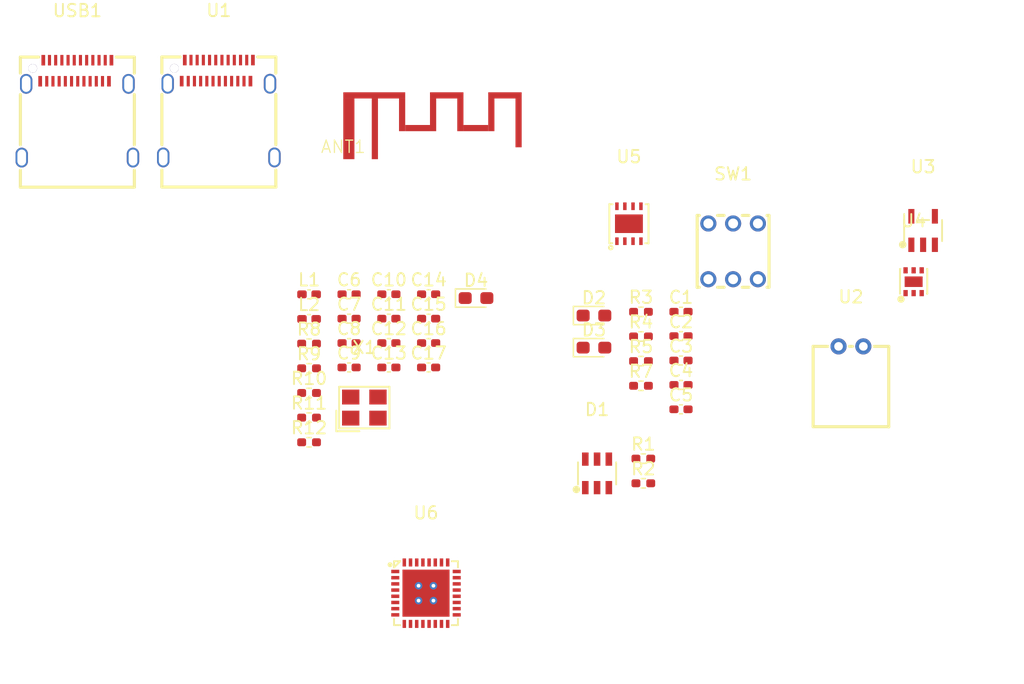
<source format=kicad_pcb>
(kicad_pcb (version 20221018) (generator pcbnew)
  (title_block (title "BLEEarrings (Blade Runner)") (date "2023-10-30") (rev "00.00") (company "Kitty and Dom"))
  (layers (0 "F.Cu" signal) (31 "B.Cu" signal) (34 "B.Paste" user) (35 "F.Paste" user) (36 "B.SilkS" user "B.Silkscreen") (37 "F.SilkS" user "F.Silkscreen") (38 "B.Mask" user) (39 "F.Mask" user) (44 "Edge.Cuts" user))
  (net 0 "")
  (net 1 "/Power/VBAT")
  (net 2 "GND")
  (net 3 "Net-(U4-VDD)")
  (net 4 "/Power/BATGND")
  (net 5 "/Power/VBUS")
  (net 6 "+3V3")
  (net 7 "Net-(C6-Pad1)")
  (net 8 "Net-(U6-CHIP_EN)")
  (net 9 "Net-(U6-XTAL_N)")
  (net 10 "Net-(C9-Pad1)")
  (net 11 "Net-(U6-LNA_IN)")
  (net 12 "Net-(ANT1-P)")
  (net 13 "/DSP/MCU_USB_D_P")
  (net 14 "/DSP/MCU_USB_D_N")
  (net 15 "Net-(U1-DN1)")
  (net 16 "Net-(U1-DP1)")
  (net 17 "Net-(D2-K)")
  (net 18 "Net-(D3-A)")
  (net 19 "Net-(D4-K)")
  (net 20 "LED_A")
  (net 21 "Net-(U1-CC2)")
  (net 22 "Net-(U1-CC1)")
  (net 23 "Net-(U3-STAT)")
  (net 24 "Net-(U3-PROG)")
  (net 25 "Net-(U6-XTAL_P)")
  (net 26 "Net-(U6-GPIO2)")
  (net 27 "Net-(U6-GPIO8)")
  (net 46 "Net-(U5-EN)")
  (footprint "easyeda2kicad:DFN-8_L3.0-W3.0-P0.65-BL-EP" (layer "F.Cu") (at 221.41 48.82)
    (fp_text reference "U5" (at 0 -5.41) (layer "F.SilkS"))
    (fp_text value "AP7361C-33FGE-7")
    (fp_line (start -1.58 -1.58) (end -1.58 -1.58) (stroke (width 0.15)) (layer "F.SilkS"))
    (fp_line (start -1.58 -1.58) (end -1.58 1.58) (stroke (width 0.15)) (layer "F.SilkS"))
    (fp_line (start -1.58 1.58) (end -1.58 1.58) (stroke (width 0.15)) (layer "F.SilkS"))
    (fp_line (start -1.58 1.58) (end -1.35 1.57) (stroke (width 0.15)) (layer "F.SilkS"))
    (fp_line (start -1.32 -1.57) (end -1.58 -1.58) (stroke (width 0.15)) (layer "F.SilkS"))
    (fp_line (start 1.32 1.57) (end 1.58 1.58) (stroke (width 0.15)) (layer "F.SilkS"))
    (fp_line (start 1.58 -1.58) (end 1.35 -1.57) (stroke (width 0.15)) (layer "F.SilkS"))
    (fp_line (start 1.58 -1.58) (end 1.58 -1.58) (stroke (width 0.15)) (layer "F.SilkS"))
    (fp_line (start 1.58 1.58) (end 1.58 -1.58) (stroke (width 0.15)) (layer "F.SilkS"))
    (fp_line (start 1.58 1.58) (end 1.58 1.58) (stroke (width 0.15)) (layer "F.SilkS"))
    (fp_circle (center -1.47 1.93) (end -1.4 1.93) (stroke (width 0.15)) (fill none) (layer "F.SilkS"))
    (pad "1" smd rect (at -0.97 1.41) (size 0.28 0.62) (layers "F.Cu" "F.Paste" "F.Mask") (net 6 "+3V3"))
    (pad "2" smd rect (at -0.33 1.41) (size 0.28 0.62) (layers "F.Cu" "F.Paste" "F.Mask"))
    (pad "3" smd rect (at 0.33 1.41) (size 0.28 0.62) (layers "F.Cu" "F.Paste" "F.Mask"))
    (pad "4" smd rect (at 0.97 1.41) (size 0.28 0.62) (layers "F.Cu" "F.Paste" "F.Mask") (net 2 "GND"))
    (pad "5" smd rect (at 0.97 -1.41) (size 0.28 0.62) (layers "F.Cu" "F.Paste" "F.Mask") (net 46 "Net-(U5-EN)"))
    (pad "6" smd rect (at 0.33 -1.41) (size 0.28 0.62) (layers "F.Cu" "F.Paste" "F.Mask"))
    (pad "7" smd rect (at -0.33 -1.41) (size 0.28 0.62) (layers "F.Cu" "F.Paste" "F.Mask"))
    (pad "8" smd rect (at -0.97 -1.41) (size 0.28 0.62) (layers "F.Cu" "F.Paste" "F.Mask") (net 46 "Net-(U5-EN)"))
    (pad "9" smd rect (at 0 0) (size 2.25 1.5) (layers "F.Cu" "F.Paste" "F.Mask") (net 2 "GND"))
  )
  (footprint "easyeda2kicad:USB-C-TH_12401832E402A" (layer "F.Cu") (at 176.89 39.55)
    (fp_text reference "USB1" (at 0 -7.93) (layer "F.SilkS"))
    (fp_text value "12401832E402A")
    (fp_line (start -4.6 -4.18) (end -4.6 -2.88) (stroke (width 0.25)) (layer "F.SilkS"))
    (fp_line (start -4.6 -4.18) (end -3.13 -4.18) (stroke (width 0.25)) (layer "F.SilkS"))
    (fp_line (start -4.6 -1.16) (end -4.6 2.9) (stroke (width 0.25)) (layer "F.SilkS"))
    (fp_line (start -4.6 4.95) (end -4.6 6.32) (stroke (width 0.25)) (layer "F.SilkS"))
    (fp_line (start -4.6 6.32) (end 4.6 6.32) (stroke (width 0.25)) (layer "F.SilkS"))
    (fp_line (start 3.13 -4.18) (end 4.6 -4.18) (stroke (width 0.25)) (layer "F.SilkS"))
    (fp_line (start 4.6 -4.18) (end 4.6 -2.88) (stroke (width 0.25)) (layer "F.SilkS"))
    (fp_line (start 4.6 -1.16) (end 4.6 2.9) (stroke (width 0.25)) (layer "F.SilkS"))
    (fp_line (start 4.6 4.95) (end 4.6 6.32) (stroke (width 0.25)) (layer "F.SilkS"))
    (pad "" thru_hole circle (at -3.6 -3.27) (size 0.7 0.7) (drill 0.7) (layers "*.Cu" "*.Mask"))
    (pad "0" thru_hole oval (at -4.49 3.93) (size 1 1.6) (drill oval 0.700024 1.300023) (layers "*.Cu" "*.Mask"))
    (pad "0" thru_hole oval (at -4.13 -2.02) (size 1 1.6) (drill oval 0.700024 1.299997) (layers "*.Cu" "*.Mask"))
    (pad "0" thru_hole oval (at 4.13 -2.02) (size 1 1.6) (drill oval 0.700024 1.299997) (layers "*.Cu" "*.Mask"))
    (pad "0" thru_hole oval (at 4.49 3.93) (size 1 1.6) (drill oval 0.700024 1.300023) (layers "*.Cu" "*.Mask"))
    (pad "A1" smd rect (at -2.75 -3.93) (size 0.3 0.85) (layers "F.Cu" "F.Paste" "F.Mask"))
    (pad "A2" smd rect (at -2.25 -3.93) (size 0.25 0.85) (layers "F.Cu" "F.Paste" "F.Mask"))
    (pad "A3" smd rect (at -1.75 -3.93) (size 0.25 0.85) (layers "F.Cu" "F.Paste" "F.Mask"))
    (pad "A4" smd rect (at -1.25 -3.93) (size 0.25 0.85) (layers "F.Cu" "F.Paste" "F.Mask"))
    (pad "A5" smd rect (at -0.75 -3.93) (size 0.25 0.85) (layers "F.Cu" "F.Paste" "F.Mask"))
    (pad "A6" smd rect (at -0.25 -3.93) (size 0.25 0.85) (layers "F.Cu" "F.Paste" "F.Mask"))
    (pad "A7" smd rect (at 0.25 -3.93) (size 0.25 0.85) (layers "F.Cu" "F.Paste" "F.Mask"))
    (pad "A8" smd rect (at 0.75 -3.93) (size 0.25 0.85) (layers "F.Cu" "F.Paste" "F.Mask"))
    (pad "A9" smd rect (at 1.25 -3.93) (size 0.25 0.85) (layers "F.Cu" "F.Paste" "F.Mask"))
    (pad "A10" smd rect (at 1.75 -3.93) (size 0.25 0.85) (layers "F.Cu" "F.Paste" "F.Mask"))
    (pad "A11" smd rect (at 2.25 -3.93) (size 0.25 0.85) (layers "F.Cu" "F.Paste" "F.Mask"))
    (pad "A12" smd rect (at 2.75 -3.93) (size 0.3 0.85) (layers "F.Cu" "F.Paste" "F.Mask"))
    (pad "B1" smd rect (at 2.55 -2.23 180) (size 0.3 0.85) (layers "F.Cu" "F.Paste" "F.Mask"))
    (pad "B2" smd rect (at 2.03 -2.23 180) (size 0.25 0.85) (layers "F.Cu" "F.Paste" "F.Mask"))
    (pad "B3" smd rect (at 1.53 -2.23 180) (size 0.25 0.85) (layers "F.Cu" "F.Paste" "F.Mask"))
    (pad "B4" smd rect (at 1.03 -2.23 180) (size 0.25 0.85) (layers "F.Cu" "F.Paste" "F.Mask"))
    (pad "B5" smd rect (at 0.53 -2.23 180) (size 0.25 0.85) (layers "F.Cu" "F.Paste" "F.Mask"))
    (pad "B6" smd rect (at 0.03 -2.23 180) (size 0.25 0.85) (layers "F.Cu" "F.Paste" "F.Mask"))
    (pad "B7" smd rect (at -0.47 -2.23 180) (size 0.25 0.85) (layers "F.Cu" "F.Paste" "F.Mask"))
    (pad "B8" smd rect (at -0.97 -2.23 180) (size 0.25 0.85) (layers "F.Cu" "F.Paste" "F.Mask"))
    (pad "B9" smd rect (at -1.47 -2.23 180) (size 0.25 0.85) (layers "F.Cu" "F.Paste" "F.Mask"))
    (pad "B10" smd rect (at -1.97 -2.23 180) (size 0.25 0.85) (layers "F.Cu" "F.Paste" "F.Mask"))
    (pad "B11" smd rect (at -2.47 -2.23 180) (size 0.25 0.85) (layers "F.Cu" "F.Paste" "F.Mask"))
    (pad "B12" smd rect (at -3 -2.23 180) (size 0.3 0.85) (layers "F.Cu" "F.Paste" "F.Mask"))
  )
  (footprint "Resistor_SMD:R_0402_1005Metric_Pad0.72x0.64mm_HandSolder" (layer "F.Cu") (at 195.5925 64.47)
    (fp_text reference "R11" (at 0 -1.17) (layer "F.SilkS"))
    (fp_text value "5k1")
    (fp_line (start -0.167621 -0.38) (end 0.167621 -0.38) (stroke (width 0.12)) (layer "F.SilkS"))
    (fp_line (start -0.167621 0.38) (end 0.167621 0.38) (stroke (width 0.12)) (layer "F.SilkS"))
    (pad "1" smd roundrect (at -0.5975 0) (size 0.715 0.64) (layers "F.Cu" "F.Paste" "F.Mask") (net 27 "Net-(U6-GPIO8)"))
    (pad "2" smd roundrect (at 0.5975 0) (size 0.715 0.64) (layers "F.Cu" "F.Paste" "F.Mask") (net 6 "+3V3"))
  )
  (footprint "CustomPads:2.4GHz, 50Ohm Antenna" (layer "F.Cu") (at 198.3525 43.11)
    (fp_text reference "ANT1" (at 0 -0.5 unlocked) (layer "F.SilkS") (effects (font (thickness 0.1))))
    (fp_text value "~")
    (fp_rect (start 0 -4.9) (end 5 -4.4) (fill solid) (layer "F.Cu"))
    (fp_rect (start 0 -4.4) (end 0.9 0.5) (fill solid) (layer "F.Cu"))
    (fp_rect (start 2.3 -4.4) (end 2.8 0.5) (fill solid) (layer "F.Cu"))
    (fp_rect (start 4.5 -4.4) (end 5 -1.76) (fill solid) (layer "F.Cu"))
    (fp_rect (start 5 -2.26) (end 7 -1.76) (fill solid) (layer "F.Cu"))
    (fp_rect (start 7 -4.4) (end 7.5 -1.76) (fill solid) (layer "F.Cu"))
    (fp_rect (start 7 -4.4) (end 9.7 -4.9) (fill solid) (layer "F.Cu"))
    (fp_rect (start 9.2 -4.4) (end 9.7 -1.76) (fill solid) (layer "F.Cu"))
    (fp_rect (start 9.7 -2.26) (end 11.7 -1.76) (fill solid) (layer "F.Cu"))
    (fp_rect (start 11.7 -4.4) (end 12.2 -1.76) (fill solid) (layer "F.Cu"))
    (fp_rect (start 11.7 -4.4) (end 14.4 -4.9) (fill solid) (layer "F.Cu"))
    (fp_rect (start 13.9 -4.4) (end 14.4 -0.46) (fill solid) (layer "F.Cu"))
  )
  (footprint "easyeda2kicad:SOT-23-5_L3.0-W1.7-P0.95-LS2.8-BL" (layer "F.Cu") (at 245.155 49.37)
    (fp_text reference "U3" (at 0 -5.15) (layer "F.SilkS"))
    (fp_text value "MCP73831T-2ACI/OT")
    (fp_line (start -1.53 0.85) (end -1.53 -0.85) (stroke (width 0.15)) (layer "F.SilkS"))
    (fp_line (start 0.48 -0.85) (end -0.48 -0.85) (stroke (width 0.15)) (layer "F.SilkS"))
    (fp_line (start 1.53 0.85) (end 1.53 -0.85) (stroke (width 0.15)) (layer "F.SilkS"))
    (fp_circle (center -1.65 1.14) (end -1.5 1.14) (stroke (width 0.3)) (fill none) (layer "F.SilkS"))
    (pad "1" smd rect (at -0.95 1.15) (size 0.49 1.16) (layers "F.Cu" "F.Paste" "F.Mask") (net 23 "Net-(U3-STAT)"))
    (pad "2" smd rect (at 0 1.15) (size 0.49 1.16) (layers "F.Cu" "F.Paste" "F.Mask") (net 2 "GND"))
    (pad "3" smd rect (at 0.95 1.15) (size 0.49 1.16) (layers "F.Cu" "F.Paste" "F.Mask") (net 1 "/Power/VBAT"))
    (pad "4" smd rect (at 0.95 -1.15) (size 0.49 1.18) (layers "F.Cu" "F.Paste" "F.Mask") (net 5 "/Power/VBUS"))
    (pad "5" smd rect (at -0.95 -1.15) (size 0.49 1.18) (layers "F.Cu" "F.Paste" "F.Mask") (net 24 "Net-(U3-PROG)"))
  )
  (footprint "easyeda2kicad:CRYSTAL-SMD_4P-L3.2-W2.5-BL" (layer "F.Cu") (at 200.0525 63.66)
    (fp_text reference "X1" (at 0 -4.85) (layer "F.SilkS"))
    (fp_text value "5YMA40000151SF40Q1")
    (fp_line (start -2.26 0.25) (end -2.26 1.91) (stroke (width 0.15)) (layer "F.SilkS"))
    (fp_line (start -2.26 1.91) (end -0.4 1.91) (stroke (width 0.15)) (layer "F.SilkS"))
    (fp_line (start -2.03 -1.68) (end 2.03 -1.68) (stroke (width 0.15)) (layer "F.SilkS"))
    (fp_line (start -2.03 1.68) (end -2.03 -1.68) (stroke (width 0.15)) (layer "F.SilkS"))
    (fp_line (start 2.03 -1.68) (end 2.03 1.68) (stroke (width 0.15)) (layer "F.SilkS"))
    (fp_line (start 2.03 1.68) (end -2.03 1.68) (stroke (width 0.15)) (layer "F.SilkS"))
    (pad "1" smd rect (at -1.1 0.85) (size 1.4 1.2) (layers "F.Cu" "F.Paste" "F.Mask") (net 7 "Net-(C6-Pad1)"))
    (pad "2" smd rect (at 1.1 0.85) (size 1.4 1.2) (layers "F.Cu" "F.Paste" "F.Mask") (net 2 "GND"))
    (pad "3" smd rect (at 1.1 -0.85) (size 1.4 1.2) (layers "F.Cu" "F.Paste" "F.Mask") (net 9 "Net-(U6-XTAL_N)"))
    (pad "4" smd rect (at -1.1 -0.85) (size 1.4 1.2) (layers "F.Cu" "F.Paste" "F.Mask") (net 2 "GND"))
  )
  (footprint "Resistor_SMD:R_0402_1005Metric_Pad0.72x0.64mm_HandSolder" (layer "F.Cu") (at 195.5925 58.5)
    (fp_text reference "R8" (at 0 -1.17) (layer "F.SilkS"))
    (fp_text value "22R")
    (fp_line (start -0.167621 -0.38) (end 0.167621 -0.38) (stroke (width 0.12)) (layer "F.SilkS"))
    (fp_line (start -0.167621 0.38) (end 0.167621 0.38) (stroke (width 0.12)) (layer "F.SilkS"))
    (pad "1" smd roundrect (at -0.5975 0) (size 0.715 0.64) (layers "F.Cu" "F.Paste" "F.Mask") (net 25 "Net-(U6-XTAL_P)"))
    (pad "2" smd roundrect (at 0.5975 0) (size 0.715 0.64) (layers "F.Cu" "F.Paste" "F.Mask") (net 7 "Net-(C6-Pad1)"))
  )
  (footprint "Resistor_SMD:R_0402_1005Metric_Pad0.72x0.64mm_HandSolder" (layer "F.Cu") (at 222.5725 69.77)
    (fp_text reference "R2" (at 0 -1.17) (layer "F.SilkS"))
    (fp_text value "5k1")
    (fp_line (start -0.167621 -0.38) (end 0.167621 -0.38) (stroke (width 0.12)) (layer "F.SilkS"))
    (fp_line (start -0.167621 0.38) (end 0.167621 0.38) (stroke (width 0.12)) (layer "F.SilkS"))
    (pad "1" smd roundrect (at -0.5975 0) (size 0.715 0.64) (layers "F.Cu" "F.Paste" "F.Mask") (net 22 "Net-(U1-CC1)"))
    (pad "2" smd roundrect (at 0.5975 0) (size 0.715 0.64) (layers "F.Cu" "F.Paste" "F.Mask") (net 2 "GND"))
  )
  (footprint "Resistor_SMD:R_0402_1005Metric_Pad0.72x0.64mm_HandSolder" (layer "F.Cu") (at 195.5925 60.49)
    (fp_text reference "R9" (at 0 -1.17) (layer "F.SilkS"))
    (fp_text value "5k1")
    (fp_line (start -0.167621 -0.38) (end 0.167621 -0.38) (stroke (width 0.12)) (layer "F.SilkS"))
    (fp_line (start -0.167621 0.38) (end 0.167621 0.38) (stroke (width 0.12)) (layer "F.SilkS"))
    (pad "1" smd roundrect (at -0.5975 0) (size 0.715 0.64) (layers "F.Cu" "F.Paste" "F.Mask") (net 6 "+3V3"))
    (pad "2" smd roundrect (at 0.5975 0) (size 0.715 0.64) (layers "F.Cu" "F.Paste" "F.Mask") (net 8 "Net-(U6-CHIP_EN)"))
  )
  (footprint "Capacitor_SMD:C_0402_1005Metric_Pad0.74x0.62mm_HandSolder" (layer "F.Cu") (at 202.0325 60.42)
    (fp_text reference "C13" (at 0 -1.16) (layer "F.SilkS"))
    (fp_text value "100n")
    (fp_line (start -0.115835 -0.36) (end 0.115835 -0.36) (stroke (width 0.12)) (layer "F.SilkS"))
    (fp_line (start -0.115835 0.36) (end 0.115835 0.36) (stroke (width 0.12)) (layer "F.SilkS"))
    (pad "1" smd roundrect (at -0.5675 0) (size 0.735 0.62) (layers "F.Cu" "F.Paste" "F.Mask") (net 6 "+3V3"))
    (pad "2" smd roundrect (at 0.5675 0) (size 0.735 0.62) (layers "F.Cu" "F.Paste" "F.Mask") (net 2 "GND"))
  )
  (footprint "Resistor_SMD:R_0402_1005Metric_Pad0.72x0.64mm_HandSolder" (layer "F.Cu") (at 195.5925 62.48)
    (fp_text reference "R10" (at 0 -1.17) (layer "F.SilkS"))
    (fp_text value "5k1")
    (fp_line (start -0.167621 -0.38) (end 0.167621 -0.38) (stroke (width 0.12)) (layer "F.SilkS"))
    (fp_line (start -0.167621 0.38) (end 0.167621 0.38) (stroke (width 0.12)) (layer "F.SilkS"))
    (pad "1" smd roundrect (at -0.5975 0) (size 0.715 0.64) (layers "F.Cu" "F.Paste" "F.Mask") (net 26 "Net-(U6-GPIO2)"))
    (pad "2" smd roundrect (at 0.5975 0) (size 0.715 0.64) (layers "F.Cu" "F.Paste" "F.Mask") (net 6 "+3V3"))
  )
  (footprint "Capacitor_SMD:C_0402_1005Metric_Pad0.74x0.62mm_HandSolder" (layer "F.Cu") (at 205.2425 58.45)
    (fp_text reference "C16" (at 0 -1.16) (layer "F.SilkS"))
    (fp_text value "10u")
    (fp_line (start -0.115835 -0.36) (end 0.115835 -0.36) (stroke (width 0.12)) (layer "F.SilkS"))
    (fp_line (start -0.115835 0.36) (end 0.115835 0.36) (stroke (width 0.12)) (layer "F.SilkS"))
    (pad "1" smd roundrect (at -0.5675 0) (size 0.735 0.62) (layers "F.Cu" "F.Paste" "F.Mask") (net 6 "+3V3"))
    (pad "2" smd roundrect (at 0.5675 0) (size 0.735 0.62) (layers "F.Cu" "F.Paste" "F.Mask") (net 2 "GND"))
  )
  (footprint "Resistor_SMD:R_0402_1005Metric_Pad0.72x0.64mm_HandSolder" (layer "F.Cu") (at 195.5925 66.46)
    (fp_text reference "R12" (at 0 -1.17) (layer "F.SilkS"))
    (fp_text value "2k")
    (fp_line (start -0.167621 -0.38) (end 0.167621 -0.38) (stroke (width 0.12)) (layer "F.SilkS"))
    (fp_line (start -0.167621 0.38) (end 0.167621 0.38) (stroke (width 0.12)) (layer "F.SilkS"))
    (pad "1" smd roundrect (at -0.5975 0) (size 0.715 0.64) (layers "F.Cu" "F.Paste" "F.Mask") (net 2 "GND"))
    (pad "2" smd roundrect (at 0.5975 0) (size 0.715 0.64) (layers "F.Cu" "F.Paste" "F.Mask") (net 19 "Net-(D4-K)"))
  )
  (footprint "Capacitor_SMD:C_0402_1005Metric_Pad0.74x0.62mm_HandSolder" (layer "F.Cu") (at 202.0325 58.45)
    (fp_text reference "C12" (at 0 -1.16) (layer "F.SilkS"))
    (fp_text value "100n")
    (fp_line (start -0.115835 -0.36) (end 0.115835 -0.36) (stroke (width 0.12)) (layer "F.SilkS"))
    (fp_line (start -0.115835 0.36) (end 0.115835 0.36) (stroke (width 0.12)) (layer "F.SilkS"))
    (pad "1" smd roundrect (at -0.5675 0) (size 0.735 0.62) (layers "F.Cu" "F.Paste" "F.Mask") (net 6 "+3V3"))
    (pad "2" smd roundrect (at 0.5675 0) (size 0.735 0.62) (layers "F.Cu" "F.Paste" "F.Mask") (net 2 "GND"))
  )
  (footprint "Capacitor_SMD:C_0402_1005Metric_Pad0.74x0.62mm_HandSolder" (layer "F.Cu") (at 205.2425 56.48)
    (fp_text reference "C15" (at 0 -1.16) (layer "F.SilkS"))
    (fp_text value "10u")
    (fp_line (start -0.115835 -0.36) (end 0.115835 -0.36) (stroke (width 0.12)) (layer "F.SilkS"))
    (fp_line (start -0.115835 0.36) (end 0.115835 0.36) (stroke (width 0.12)) (layer "F.SilkS"))
    (pad "1" smd roundrect (at -0.5675 0) (size 0.735 0.62) (layers "F.Cu" "F.Paste" "F.Mask") (net 6 "+3V3"))
    (pad "2" smd roundrect (at 0.5675 0) (size 0.735 0.62) (layers "F.Cu" "F.Paste" "F.Mask") (net 2 "GND"))
  )
  (footprint "Resistor_SMD:R_0402_1005Metric_Pad0.72x0.64mm_HandSolder" (layer "F.Cu") (at 222.3825 61.9)
    (fp_text reference "R7" (at 0 -1.17) (layer "F.SilkS"))
    (fp_text value "2k")
    (fp_line (start -0.167621 -0.38) (end 0.167621 -0.38) (stroke (width 0.12)) (layer "F.SilkS"))
    (fp_line (start -0.167621 0.38) (end 0.167621 0.38) (stroke (width 0.12)) (layer "F.SilkS"))
    (pad "1" smd roundrect (at -0.5975 0) (size 0.715 0.64) (layers "F.Cu" "F.Paste" "F.Mask") (net 6 "+3V3"))
    (pad "2" smd roundrect (at 0.5975 0) (size 0.715 0.64) (layers "F.Cu" "F.Paste" "F.Mask") (net 18 "Net-(D3-A)"))
  )
  (footprint "Capacitor_SMD:C_0402_1005Metric_Pad0.74x0.62mm_HandSolder" (layer "F.Cu") (at 225.6125 55.92)
    (fp_text reference "C1" (at 0 -1.16) (layer "F.SilkS"))
    (fp_text value "10u")
    (fp_line (start -0.115835 -0.36) (end 0.115835 -0.36) (stroke (width 0.12)) (layer "F.SilkS"))
    (fp_line (start -0.115835 0.36) (end 0.115835 0.36) (stroke (width 0.12)) (layer "F.SilkS"))
    (pad "1" smd roundrect (at -0.5675 0) (size 0.735 0.62) (layers "F.Cu" "F.Paste" "F.Mask") (net 1 "/Power/VBAT"))
    (pad "2" smd roundrect (at 0.5675 0) (size 0.735 0.62) (layers "F.Cu" "F.Paste" "F.Mask") (net 2 "GND"))
  )
  (footprint "Capacitor_SMD:C_0402_1005Metric_Pad0.74x0.62mm_HandSolder" (layer "F.Cu") (at 205.2425 54.51)
    (fp_text reference "C14" (at 0 -1.16) (layer "F.SilkS"))
    (fp_text value "3p3")
    (fp_line (start -0.115835 -0.36) (end 0.115835 -0.36) (stroke (width 0.12)) (layer "F.SilkS"))
    (fp_line (start -0.115835 0.36) (end 0.115835 0.36) (stroke (width 0.12)) (layer "F.SilkS"))
    (pad "1" smd roundrect (at -0.5675 0) (size 0.735 0.62) (layers "F.Cu" "F.Paste" "F.Mask") (net 11 "Net-(U6-LNA_IN)"))
    (pad "2" smd roundrect (at 0.5675 0) (size 0.735 0.62) (layers "F.Cu" "F.Paste" "F.Mask") (net 2 "GND"))
  )
  (footprint "Capacitor_SMD:C_0402_1005Metric_Pad0.74x0.62mm_HandSolder" (layer "F.Cu") (at 225.6125 57.89)
    (fp_text reference "C2" (at 0 -1.16) (layer "F.SilkS"))
    (fp_text value "100n")
    (fp_line (start -0.115835 -0.36) (end 0.115835 -0.36) (stroke (width 0.12)) (layer "F.SilkS"))
    (fp_line (start -0.115835 0.36) (end 0.115835 0.36) (stroke (width 0.12)) (layer "F.SilkS"))
    (pad "1" smd roundrect (at -0.5675 0) (size 0.735 0.62) (layers "F.Cu" "F.Paste" "F.Mask") (net 3 "Net-(U4-VDD)"))
    (pad "2" smd roundrect (at 0.5675 0) (size 0.735 0.62) (layers "F.Cu" "F.Paste" "F.Mask") (net 4 "/Power/BATGND"))
  )
  (footprint "Resistor_SMD:R_0402_1005Metric_Pad0.72x0.64mm_HandSolder" (layer "F.Cu") (at 222.3825 57.92)
    (fp_text reference "R4" (at 0 -1.17) (layer "F.SilkS"))
    (fp_text value "100")
    (fp_line (start -0.167621 -0.38) (end 0.167621 -0.38) (stroke (width 0.12)) (layer "F.SilkS"))
    (fp_line (start -0.167621 0.38) (end 0.167621 0.38) (stroke (width 0.12)) (layer "F.SilkS"))
    (pad "1" smd roundrect (at -0.5975 0) (size 0.715 0.64) (layers "F.Cu" "F.Paste" "F.Mask") (net 3 "Net-(U4-VDD)"))
    (pad "2" smd roundrect (at 0.5975 0) (size 0.715 0.64) (layers "F.Cu" "F.Paste" "F.Mask") (net 1 "/Power/VBAT"))
  )
  (footprint "Capacitor_SMD:C_0402_1005Metric_Pad0.74x0.62mm_HandSolder" (layer "F.Cu") (at 225.6125 63.8)
    (fp_text reference "C5" (at 0 -1.16) (layer "F.SilkS"))
    (fp_text value "4.7u")
    (fp_line (start -0.115835 -0.36) (end 0.115835 -0.36) (stroke (width 0.12)) (layer "F.SilkS"))
    (fp_line (start -0.115835 0.36) (end 0.115835 0.36) (stroke (width 0.12)) (layer "F.SilkS"))
    (pad "1" smd roundrect (at -0.5675 0) (size 0.735 0.62) (layers "F.Cu" "F.Paste" "F.Mask") (net 6 "+3V3"))
    (pad "2" smd roundrect (at 0.5675 0) (size 0.735 0.62) (layers "F.Cu" "F.Paste" "F.Mask") (net 2 "GND"))
  )
  (footprint "easyeda2kicad:SOT-23-6_L2.9-W1.6-P0.95-LS2.8-BL" (layer "F.Cu") (at 218.8375 68.97)
    (fp_text reference "D1" (at 0 -5.15) (layer "F.SilkS"))
    (fp_text value "USBLC6-2SC6_C2687116")
    (fp_line (start -1.54 0.89) (end -1.54 -0.89) (stroke (width 0.15)) (layer "F.SilkS"))
    (fp_line (start 1.54 0.89) (end 1.54 -0.89) (stroke (width 0.15)) (layer "F.SilkS"))
    (fp_circle (center -1.67 1.3) (end -1.52 1.3) (stroke (width 0.3)) (fill none) (layer "F.SilkS"))
    (pad "1" smd rect (at -0.95 1.15) (size 0.53 1.07) (layers "F.Cu" "F.Paste" "F.Mask") (net 13 "/DSP/MCU_USB_D_P"))
    (pad "2" smd rect (at 0 1.15) (size 0.53 1.07) (layers "F.Cu" "F.Paste" "F.Mask") (net 2 "GND"))
    (pad "3" smd rect (at 0.95 1.15) (size 0.53 1.07) (layers "F.Cu" "F.Paste" "F.Mask") (net 14 "/DSP/MCU_USB_D_N"))
    (pad "4" smd rect (at 0.95 -1.15) (size 0.53 1.07) (layers "F.Cu" "F.Paste" "F.Mask") (net 15 "Net-(U1-DN1)"))
    (pad "5" smd rect (at 0 -1.15) (size 0.53 1.07) (layers "F.Cu" "F.Paste" "F.Mask") (net 5 "/Power/VBUS"))
    (pad "6" smd rect (at -0.95 -1.15) (size 0.53 1.07) (layers "F.Cu" "F.Paste" "F.Mask") (net 16 "Net-(U1-DP1)"))
  )
  (footprint "Resistor_SMD:R_0402_1005Metric_Pad0.72x0.64mm_HandSolder" (layer "F.Cu") (at 222.5725 67.78)
    (fp_text reference "R1" (at 0 -1.17) (layer "F.SilkS"))
    (fp_text value "5k1")
    (fp_line (start -0.167621 -0.38) (end 0.167621 -0.38) (stroke (width 0.12)) (layer "F.SilkS"))
    (fp_line (start -0.167621 0.38) (end 0.167621 0.38) (stroke (width 0.12)) (layer "F.SilkS"))
    (pad "1" smd roundrect (at -0.5975 0) (size 0.715 0.64) (layers "F.Cu" "F.Paste" "F.Mask") (net 21 "Net-(U1-CC2)"))
    (pad "2" smd roundrect (at 0.5975 0) (size 0.715 0.64) (layers "F.Cu" "F.Paste" "F.Mask") (net 2 "GND"))
  )
  (footprint "Capacitor_SMD:C_0402_1005Metric_Pad0.74x0.62mm_HandSolder" (layer "F.Cu") (at 202.0325 54.51)
    (fp_text reference "C10" (at 0 -1.16) (layer "F.SilkS"))
    (fp_text value "100n")
    (fp_line (start -0.115835 -0.36) (end 0.115835 -0.36) (stroke (width 0.12)) (layer "F.SilkS"))
    (fp_line (start -0.115835 0.36) (end 0.115835 0.36) (stroke (width 0.12)) (layer "F.SilkS"))
    (pad "1" smd roundrect (at -0.5675 0) (size 0.735 0.62) (layers "F.Cu" "F.Paste" "F.Mask") (net 6 "+3V3"))
    (pad "2" smd roundrect (at 0.5675 0) (size 0.735 0.62) (layers "F.Cu" "F.Paste" "F.Mask") (net 2 "GND"))
  )
  (footprint "Resistor_SMD:R_0402_1005Metric_Pad0.72x0.64mm_HandSolder" (layer "F.Cu") (at 222.3825 59.91)
    (fp_text reference "R5" (at 0 -1.17) (layer "F.SilkS"))
    (fp_text value "2k")
    (fp_line (start -0.167621 -0.38) (end 0.167621 -0.38) (stroke (width 0.12)) (layer "F.SilkS"))
    (fp_line (start -0.167621 0.38) (end 0.167621 0.38) (stroke (width 0.12)) (layer "F.SilkS"))
    (pad "1" smd roundrect (at -0.5975 0) (size 0.715 0.64) (layers "F.Cu" "F.Paste" "F.Mask") (net 24 "Net-(U3-PROG)"))
    (pad "2" smd roundrect (at 0.5975 0) (size 0.715 0.64) (layers "F.Cu" "F.Paste" "F.Mask") (net 2 "GND"))
  )
  (footprint "Capacitor_SMD:C_0402_1005Metric_Pad0.74x0.62mm_HandSolder" (layer "F.Cu") (at 225.6125 59.86)
    (fp_text reference "C3" (at 0 -1.16) (layer "F.SilkS"))
    (fp_text value "10u")
    (fp_line (start -0.115835 -0.36) (end 0.115835 -0.36) (stroke (width 0.12)) (layer "F.SilkS"))
    (fp_line (start -0.115835 0.36) (end 0.115835 0.36) (stroke (width 0.12)) (layer "F.SilkS"))
    (pad "1" smd roundrect (at -0.5675 0) (size 0.735 0.62) (layers "F.Cu" "F.Paste" "F.Mask") (net 5 "/Power/VBUS"))
    (pad "2" smd roundrect (at 0.5675 0) (size 0.735 0.62) (layers "F.Cu" "F.Paste" "F.Mask") (net 2 "GND"))
  )
  (footprint "Capacitor_SMD:C_0402_1005Metric_Pad0.74x0.62mm_HandSolder" (layer "F.Cu") (at 198.8225 58.45)
    (fp_text reference "C8" (at 0 -1.16) (layer "F.SilkS"))
    (fp_text value "20pF")
    (fp_line (start -0.115835 -0.36) (end 0.115835 -0.36) (stroke (width 0.12)) (layer "F.SilkS"))
    (fp_line (start -0.115835 0.36) (end 0.115835 0.36) (stroke (width 0.12)) (layer "F.SilkS"))
    (pad "1" smd roundrect (at -0.5675 0) (size 0.735 0.62) (layers "F.Cu" "F.Paste" "F.Mask") (net 9 "Net-(U6-XTAL_N)"))
    (pad "2" smd roundrect (at 0.5675 0) (size 0.735 0.62) (layers "F.Cu" "F.Paste" "F.Mask") (net 2 "GND"))
  )
  (footprint "Resistor_SMD:R_0402_1005Metric_Pad0.72x0.64mm_HandSolder" (layer "F.Cu") (at 222.3825 55.93)
    (fp_text reference "R3" (at 0 -1.17) (layer "F.SilkS"))
    (fp_text value "2k")
    (fp_line (start -0.167621 -0.38) (end 0.167621 -0.38) (stroke (width 0.12)) (layer "F.SilkS"))
    (fp_line (start -0.167621 0.38) (end 0.167621 0.38) (stroke (width 0.12)) (layer "F.SilkS"))
    (pad "1" smd roundrect (at -0.5975 0) (size 0.715 0.64) (layers "F.Cu" "F.Paste" "F.Mask") (net 17 "Net-(D2-K)"))
    (pad "2" smd roundrect (at 0.5975 0) (size 0.715 0.64) (layers "F.Cu" "F.Paste" "F.Mask") (net 23 "Net-(U3-STAT)"))
  )
  (footprint "Capacitor_SMD:C_0402_1005Metric_Pad0.74x0.62mm_HandSolder" (layer "F.Cu") (at 198.8225 60.42)
    (fp_text reference "C9" (at 0 -1.16) (layer "F.SilkS"))
    (fp_text value "100n")
    (fp_line (start -0.115835 -0.36) (end 0.115835 -0.36) (stroke (width 0.12)) (layer "F.SilkS"))
    (fp_line (start -0.115835 0.36) (end 0.115835 0.36) (stroke (width 0.12)) (layer "F.SilkS"))
    (pad "1" smd roundrect (at -0.5675 0) (size 0.735 0.62) (layers "F.Cu" "F.Paste" "F.Mask") (net 10 "Net-(C9-Pad1)"))
    (pad "2" smd roundrect (at 0.5675 0) (size 0.735 0.62) (layers "F.Cu" "F.Paste" "F.Mask") (net 2 "GND"))
  )
  (footprint "easyeda2kicad:SW-TH_6P-L5.8-W5.8-P2.00-LS4.5_PB22E06371-0625" (layer "F.Cu") (at 229.82 51.05)
    (fp_text reference "SW1" (at 0 -6.25) (layer "F.SilkS"))
    (fp_text value "PB22E06071")
    (fp_line (start -2.9 -2.9) (end -2.73 -2.9) (stroke (width 0.25)) (layer "F.SilkS"))
    (fp_line (start -2.9 -1.75) (end -2.9 -2.9) (stroke (width 0.25)) (layer "F.SilkS"))
    (fp_line (start -2.9 1.75) (end -2.9 -1.75) (stroke (width 0.25)) (layer "F.SilkS"))
    (fp_line (start -2.9 2.9) (end -2.9 1.75) (stroke (width 0.25)) (layer "F.SilkS"))
    (fp_line (start -2.73 2.9) (end -2.9 2.9) (stroke (width 0.25)) (layer "F.SilkS"))
    (fp_line (start -1.26 -2.9) (end -0.73 -2.9) (stroke (width 0.25)) (layer "F.SilkS"))
    (fp_line (start -0.73 2.9) (end -1.26 2.9) (stroke (width 0.25)) (layer "F.SilkS"))
    (fp_line (start 0.74 -2.9) (end 1.27 -2.9) (stroke (width 0.25)) (layer "F.SilkS"))
    (fp_line (start 1.27 2.9) (end 0.74 2.9) (stroke (width 0.25)) (layer "F.SilkS"))
    (fp_line (start 2.74 -2.9) (end 2.9 -2.9) (stroke (width 0.25)) (layer "F.SilkS"))
    (fp_line (start 2.9 -2.9) (end 2.9 -1.75) (stroke (width 0.25)) (layer "F.SilkS"))
    (fp_line (start 2.9 -1.75) (end 2.9 1.75) (stroke (width 0.25)) (layer "F.SilkS"))
    (fp_line (start 2.9 1.75) (end 2.9 2.9) (stroke (width 0.25)) (layer "F.SilkS"))
    (fp_line (start 2.9 2.9) (end 2.74 2.9) (stroke (width 0.25)) (layer "F.SilkS"))
    (pad "1" thru_hole circle (at -2 2.25) (size 1.3 1.3) (drill 0.799998) (layers "*.Cu" "*.Mask") (net 1 "/Power/VBAT"))
    (pad "2" thru_hole circle (at 0 2.25) (size 1.3 1.3) (drill 0.799998) (layers "*.Cu" "*.Mask") (net 1 "/Power/VBAT"))
    (pad "3" thru_hole circle (at 2 2.25) (size 1.3 1.3) (drill 0.799998) (layers "*.Cu" "*.Mask") (net 46 "Net-(U5-EN)"))
    (pad "4" thru_hole circle (at -2 -2.25) (size 1.3 1.3) (drill 0.799998) (layers "*.Cu" "*.Mask") (net 1 "/Power/VBAT"))
    (pad "5" thru_hole circle (at 0 -2.25) (size 1.3 1.3) (drill 0.799998) (layers "*.Cu" "*.Mask") (net 1 "/Power/VBAT"))
    (pad "6" thru_hole circle (at 2 -2.25) (size 1.3 1.3) (drill 0.799998) (layers "*.Cu" "*.Mask") (net 46 "Net-(U5-EN)"))
  )
  (footprint "Capacitor_SMD:C_0402_1005Metric_Pad0.74x0.62mm_HandSolder" (layer "F.Cu") (at 225.6125 61.83)
    (fp_text reference "C4" (at 0 -1.16) (layer "F.SilkS"))
    (fp_text value "4.7u")
    (fp_line (start -0.115835 -0.36) (end 0.115835 -0.36) (stroke (width 0.12)) (layer "F.SilkS"))
    (fp_line (start -0.115835 0.36) (end 0.115835 0.36) (stroke (width 0.12)) (layer "F.SilkS"))
    (pad "1" smd roundrect (at -0.5675 0) (size 0.735 0.62) (layers "F.Cu" "F.Paste" "F.Mask") (net 46 "Net-(U5-EN)"))
    (pad "2" smd roundrect (at 0.5675 0) (size 0.735 0.62) (layers "F.Cu" "F.Paste" "F.Mask") (net 2 "GND"))
  )
  (footprint "Capacitor_SMD:C_0402_1005Metric_Pad0.74x0.62mm_HandSolder" (layer "F.Cu") (at 198.8225 56.48)
    (fp_text reference "C7" (at 0 -1.16) (layer "F.SilkS"))
    (fp_text value "4.7u")
    (fp_line (start -0.115835 -0.36) (end 0.115835 -0.36) (stroke (width 0.12)) (layer "F.SilkS"))
    (fp_line (start -0.115835 0.36) (end 0.115835 0.36) (stroke (width 0.12)) (layer "F.SilkS"))
    (pad "1" smd roundrect (at -0.5675 0) (size 0.735 0.62) (layers "F.Cu" "F.Paste" "F.Mask") (net 8 "Net-(U6-CHIP_EN)"))
    (pad "2" smd roundrect (at 0.5675 0) (size 0.735 0.62) (layers "F.Cu" "F.Paste" "F.Mask") (net 2 "GND"))
  )
  (footprint "Inductor_SMD:L_0402_1005Metric_Pad0.77x0.64mm_HandSolder" (layer "F.Cu") (at 195.5925 56.51)
    (fp_text reference "L2" (at 0 -1.17) (layer "F.SilkS"))
    (fp_text value "2n2")
    (fp_line (start -0.1002 -0.36) (end 0.1002 -0.36) (stroke (width 0.12)) (layer "F.SilkS"))
    (fp_line (start -0.1002 0.36) (end 0.1002 0.36) (stroke (width 0.12)) (layer "F.SilkS"))
    (pad "1" smd roundrect (at -0.5725 0) (size 0.765 0.64) (layers "F.Cu" "F.Paste" "F.Mask") (net 11 "Net-(U6-LNA_IN)"))
    (pad "2" smd roundrect (at 0.5725 0) (size 0.765 0.64) (layers "F.Cu" "F.Paste" "F.Mask") (net 12 "Net-(ANT1-P)"))
  )
  (footprint "easyeda2kicad:WDFN-6_L2.0-W2.0-P0.65-BL-EP" (layer "F.Cu") (at 244.39 53.5)
    (fp_text reference "U4" (at 0 -4.92) (layer "F.SilkS"))
    (fp_text value "XB6096I2SV")
    (fp_line (start -1.1 -1.03) (end -1.1 0.97) (stroke (width 0.15)) (layer "F.SilkS"))
    (fp_line (start -1.1 -1.03) (end -1.07 -1.03) (stroke (width 0.15)) (layer "F.SilkS"))
    (fp_line (start 1.07 -1.03) (end 1.1 -1.03) (stroke (width 0.15)) (layer "F.SilkS"))
    (fp_line (start 1.1 0.97) (end 1.07 0.97) (stroke (width 0.15)) (layer "F.SilkS"))
    (fp_line (start 1.1 0.97) (end 1.1 -1.03) (stroke (width 0.15)) (layer "F.SilkS"))
    (fp_circle (center -1.02 1.41) (end -0.98 1.41) (stroke (width 0.25)) (fill none) (layer "F.SilkS"))
    (pad "1" smd rect (at -0.65 0.92) (size 0.35 0.5) (layers "F.Cu" "F.Paste" "F.Mask") (net 3 "Net-(U4-VDD)"))
    (pad "2" smd rect (at 0 0.92) (size 0.35 0.5) (layers "F.Cu" "F.Paste" "F.Mask") (net 4 "/Power/BATGND"))
    (pad "3" smd rect (at 0.65 0.92) (size 0.35 0.5) (layers "F.Cu" "F.Paste" "F.Mask") (net 4 "/Power/BATGND"))
    (pad "4" smd rect (at 0.65 -0.92) (size 0.35 0.5) (layers "F.Cu" "F.Paste" "F.Mask") (net 2 "GND"))
    (pad "5" smd rect (at 0 -0.92) (size 0.35 0.5) (layers "F.Cu" "F.Paste" "F.Mask") (net 2 "GND"))
    (pad "6" smd rect (at -0.65 -0.92) (size 0.35 0.5) (layers "F.Cu" "F.Paste" "F.Mask") (net 2 "GND"))
    (pad "7" smd rect (at 0 0) (size 1.45 0.85) (layers "F.Cu" "F.Paste" "F.Mask") (net 4 "/Power/BATGND"))
  )
  (footprint "Capacitor_SMD:C_0402_1005Metric_Pad0.74x0.62mm_HandSolder" (layer "F.Cu") (at 205.2425 60.42)
    (fp_text reference "C17" (at 0 -1.16) (layer "F.SilkS"))
    (fp_text value "3p3")
    (fp_line (start -0.115835 -0.36) (end 0.115835 -0.36) (stroke (width 0.12)) (layer "F.SilkS"))
    (fp_line (start -0.115835 0.36) (end 0.115835 0.36) (stroke (width 0.12)) (layer "F.SilkS"))
    (pad "1" smd roundrect (at -0.5675 0) (size 0.735 0.62) (layers "F.Cu" "F.Paste" "F.Mask") (net 12 "Net-(ANT1-P)"))
    (pad "2" smd roundrect (at 0.5675 0) (size 0.735 0.62) (layers "F.Cu" "F.Paste" "F.Mask") (net 2 "GND"))
  )
  (footprint "Inductor_SMD:L_0402_1005Metric_Pad0.77x0.64mm_HandSolder" (layer "F.Cu") (at 195.5925 54.52)
    (fp_text reference "L1" (at 0 -1.17) (layer "F.SilkS"))
    (fp_text value "2n2")
    (fp_line (start -0.1002 -0.36) (end 0.1002 -0.36) (stroke (width 0.12)) (layer "F.SilkS"))
    (fp_line (start -0.1002 0.36) (end 0.1002 0.36) (stroke (width 0.12)) (layer "F.SilkS"))
    (pad "1" smd roundrect (at -0.5725 0) (size 0.765 0.64) (layers "F.Cu" "F.Paste" "F.Mask") (net 10 "Net-(C9-Pad1)"))
    (pad "2" smd roundrect (at 0.5725 0) (size 0.765 0.64) (layers "F.Cu" "F.Paste" "F.Mask") (net 6 "+3V3"))
  )
  (footprint "easyeda2kicad:QFN-32_L5.0-W5.0-P0.50-TL-EP3.7" (layer "F.Cu") (at 205.03 78.64)
    (fp_text reference "U6" (at 0 -6.48) (layer "F.SilkS"))
    (fp_text value "ESP32-C3FH4")
    (fp_line (start -2.58 -2.58) (end -2.58 -2.08) (stroke (width 0.15)) (layer "F.SilkS"))
    (fp_line (start -2.58 2.58) (end -2.58 2.08) (stroke (width 0.15)) (layer "F.SilkS"))
    (fp_line (start -2.08 -2.58) (end -2.58 -2.58) (stroke (width 0.15)) (layer "F.SilkS"))
    (fp_line (start -2.08 -2.58) (end -2.58 -2.08) (stroke (width 0.15)) (layer "F.SilkS"))
    (fp_line (start -2.08 2.58) (end -2.58 2.58) (stroke (width 0.15)) (layer "F.SilkS"))
    (fp_line (start 2.08 -2.58) (end 2.58 -2.58) (stroke (width 0.15)) (layer "F.SilkS"))
    (fp_line (start 2.08 2.58) (end 2.58 2.58) (stroke (width 0.15)) (layer "F.SilkS"))
    (fp_line (start 2.58 -2.58) (end 2.58 -2.08) (stroke (width 0.15)) (layer "F.SilkS"))
    (fp_line (start 2.58 2.58) (end 2.58 2.08) (stroke (width 0.15)) (layer "F.SilkS"))
    (fp_circle (center -2.9 -2.3) (end -2.8 -2.3) (stroke (width 0.2)) (fill none) (layer "F.SilkS"))
    (pad "" thru_hole circle (at -0.6 -0.6) (size 0.61 0.61) (drill 0.3) (layers "*.Cu" "*.Paste" "*.Mask"))
    (pad "" thru_hole circle (at -0.6 0.6) (size 0.61 0.61) (drill 0.3) (layers "*.Cu" "*.Paste" "*.Mask"))
    (pad "" thru_hole circle (at 0.6 -0.6) (size 0.61 0.61) (drill 0.3) (layers "*.Cu" "*.Paste" "*.Mask"))
    (pad "" thru_hole circle (at 0.6 0.6) (size 0.61 0.61) (drill 0.3) (layers "*.Cu" "*.Paste" "*.Mask"))
    (pad "1" smd rect (at -2.48 -1.75) (size 0.65 0.28) (layers "F.Cu" "F.Paste" "F.Mask") (net 11 "Net-(U6-LNA_IN)"))
    (pad "2" smd rect (at -2.48 -1.25) (size 0.65 0.28) (layers "F.Cu" "F.Paste" "F.Mask") (net 10 "Net-(C9-Pad1)"))
    (pad "3" smd rect (at -2.48 -0.75) (size 0.65 0.28) (layers "F.Cu" "F.Paste" "F.Mask") (net 10 "Net-(C9-Pad1)"))
    (pad "4" smd rect (at -2.48 -0.25) (size 0.65 0.28) (layers "F.Cu" "F.Paste" "F.Mask"))
    (pad "5" smd rect (at -2.48 0.25) (size 0.65 0.28) (layers "F.Cu" "F.Paste" "F.Mask"))
    (pad "6" smd rect (at -2.48 0.75) (size 0.65 0.28) (layers "F.Cu" "F.Paste" "F.Mask") (net 26 "Net-(U6-GPIO2)"))
    (pad "7" smd rect (at -2.48 1.25) (size 0.65 0.28) (layers "F.Cu" "F.Paste" "F.Mask") (net 8 "Net-(U6-CHIP_EN)"))
    (pad "8" smd rect (at -2.48 1.75) (size 0.65 0.28) (layers "F.Cu" "F.Paste" "F.Mask") (net 20 "LED_A"))
    (pad "9" smd rect (at -1.75 2.48) (size 0.28 0.65) (layers "F.Cu" "F.Paste" "F.Mask"))
    (pad "10" smd rect (at -1.25 2.48) (size 0.28 0.65) (layers "F.Cu" "F.Paste" "F.Mask"))
    (pad "11" smd rect (at -0.75 2.48) (size 0.28 0.65) (layers "F.Cu" "F.Paste" "F.Mask") (net 6 "+3V3"))
    (pad "12" smd rect (at -0.25 2.48) (size 0.28 0.65) (layers "F.Cu" "F.Paste" "F.Mask"))
    (pad "13" smd rect (at 0.25 2.48) (size 0.28 0.65) (layers "F.Cu" "F.Paste" "F.Mask"))
    (pad "14" smd rect (at 0.75 2.48) (size 0.28 0.65) (layers "F.Cu" "F.Paste" "F.Mask") (net 27 "Net-(U6-GPIO8)"))
    (pad "15" smd rect (at 1.25 2.48) (size 0.28 0.65) (layers "F.Cu" "F.Paste" "F.Mask") (net 2 "GND"))
    (pad "16" smd rect (at 1.75 2.48) (size 0.28 0.65) (layers "F.Cu" "F.Paste" "F.Mask"))
    (pad "17" smd rect (at 2.48 1.75) (size 0.65 0.28) (layers "F.Cu" "F.Paste" "F.Mask") (net 6 "+3V3"))
    (pad "18" smd rect (at 2.48 1.25) (size 0.65 0.28) (layers "F.Cu" "F.Paste" "F.Mask"))
    (pad "19" smd rect (at 2.48 0.75) (size 0.65 0.28) (layers "F.Cu" "F.Paste" "F.Mask"))
    (pad "20" smd rect (at 2.48 0.25) (size 0.65 0.28) (layers "F.Cu" "F.Paste" "F.Mask"))
    (pad "21" smd rect (at 2.48 -0.25) (size 0.65 0.28) (layers "F.Cu" "F.Paste" "F.Mask"))
    (pad "22" smd rect (at 2.48 -0.75) (size 0.65 0.28) (layers "F.Cu" "F.Paste" "F.Mask"))
    (pad "23" smd rect (at 2.48 -1.25) (size 0.65 0.28) (layers "F.Cu" "F.Paste" "F.Mask"))
    (pad "24" smd rect (at 2.48 -1.75) (size 0.65 0.28) (layers "F.Cu" "F.Paste" "F.Mask"))
    (pad "25" smd rect (at 1.75 -2.48) (size 0.28 0.65) (layers "F.Cu" "F.Paste" "F.Mask") (net 14 "/DSP/MCU_USB_D_N"))
    (pad "26" smd rect (at 1.25 -2.48) (size 0.28 0.65) (layers "F.Cu" "F.Paste" "F.Mask") (net 13 "/DSP/MCU_USB_D_P"))
    (pad "27" smd rect (at 0.75 -2.48) (size 0.28 0.65) (layers "F.Cu" "F.Paste" "F.Mask"))
    (pad "28" smd rect (at 0.25 -2.48) (size 0.28 0.65) (layers "F.Cu" "F.Paste" "F.Mask"))
    (pad "29" smd rect (at -0.25 -2.48) (size 0.28 0.65) (layers "F.Cu" "F.Paste" "F.Mask") (net 9 "Net-(U6-XTAL_N)"))
    (pad "30" smd rect (at -0.75 -2.48) (size 0.28 0.65) (layers "F.Cu" "F.Paste" "F.Mask") (net 25 "Net-(U6-XTAL_P)"))
    (pad "31" smd rect (at -1.25 -2.48) (size 0.28 0.65) (layers "F.Cu" "F.Paste" "F.Mask") (net 6 "+3V3"))
    (pad "32" smd rect (at -1.75 -2.48) (size 0.28 0.65) (layers "F.Cu" "F.Paste" "F.Mask") (net 6 "+3V3"))
    (pad "33" smd rect (at 0 0) (size 3.8 3.8) (layers "F.Cu" "F.Paste" "F.Mask") (net 2 "GND"))
  )
  (footprint "LED_SMD:LED_0603_1608Metric_Pad1.05x0.95mm_HandSolder" (layer "F.Cu") (at 218.5875 58.82)
    (fp_text reference "D3" (at 0 -1.43) (layer "F.SilkS"))
    (fp_text value "RED LED")
    (fp_line (start -1.66 -0.735) (end -1.66 0.735) (stroke (width 0.12)) (layer "F.SilkS"))
    (fp_line (start -1.66 0.735) (end 0.8 0.735) (stroke (width 0.12)) (layer "F.SilkS"))
    (fp_line (start 0.8 -0.735) (end -1.66 -0.735) (stroke (width 0.12)) (layer "F.SilkS"))
    (pad "1" smd roundrect (at -0.875 0) (size 1.05 0.95) (layers "F.Cu" "F.Paste" "F.Mask") (net 2 "GND"))
    (pad "2" smd roundrect (at 0.875 0) (size 1.05 0.95) (layers "F.Cu" "F.Paste" "F.Mask") (net 18 "Net-(D3-A)"))
  )
  (footprint "easyeda2kicad:CONN-TH_2P-P2.00_SHOUHAN_2.0MM-2P-WZ-MS" (layer "F.Cu") (at 239.33 58.72)
    (fp_text reference "U2" (at 0 -4) (layer "F.SilkS"))
    (fp_text value "2.0MM-2P WZ MS")
    (fp_line (start -3.05 0) (end -3.05 6.48) (stroke (width 0.25)) (layer "F.SilkS"))
    (fp_line (start -3.05 0) (end -1.88 0) (stroke (width 0.25)) (layer "F.SilkS"))
    (fp_line (start -3.05 6.48) (end 3.05 6.48) (stroke (width 0.25)) (layer "F.SilkS"))
    (fp_line (start -0.12 0) (end 0.12 0) (stroke (width 0.25)) (layer "F.SilkS"))
    (fp_line (start 1.88 0) (end 3.05 0) (stroke (width 0.25)) (layer "F.SilkS"))
    (fp_line (start 3.05 0) (end 3.05 6.5) (stroke (width 0.25)) (layer "F.SilkS"))
    (pad "1" thru_hole circle (at -1 0) (size 1.3 1.3) (drill 0.700024) (layers "*.Cu" "*.Mask") (net 1 "/Power/VBAT"))
    (pad "2" thru_hole circle (at 1 0) (size 1.3 1.3) (drill 0.700024) (layers "*.Cu" "*.Mask") (net 4 "/Power/BATGND"))
  )
  (footprint "Capacitor_SMD:C_0402_1005Metric_Pad0.74x0.62mm_HandSolder" (layer "F.Cu") (at 202.0325 56.48)
    (fp_text reference "C11" (at 0 -1.16) (layer "F.SilkS"))
    (fp_text value "100n")
    (fp_line (start -0.115835 -0.36) (end 0.115835 -0.36) (stroke (width 0.12)) (layer "F.SilkS"))
    (fp_line (start -0.115835 0.36) (end 0.115835 0.36) (stroke (width 0.12)) (layer "F.SilkS"))
    (pad "1" smd roundrect (at -0.5675 0) (size 0.735 0.62) (layers "F.Cu" "F.Paste" "F.Mask") (net 6 "+3V3"))
    (pad "2" smd roundrect (at 0.5675 0) (size 0.735 0.62) (layers "F.Cu" "F.Paste" "F.Mask") (net 2 "GND"))
  )
  (footprint "Capacitor_SMD:C_0402_1005Metric_Pad0.74x0.62mm_HandSolder" (layer "F.Cu") (at 198.8225 54.51)
    (fp_text reference "C6" (at 0 -1.16) (layer "F.SilkS"))
    (fp_text value "20pF")
    (fp_line (start -0.115835 -0.36) (end 0.115835 -0.36) (stroke (width 0.12)) (layer "F.SilkS"))
    (fp_line (start -0.115835 0.36) (end 0.115835 0.36) (stroke (width 0.12)) (layer "F.SilkS"))
    (pad "1" smd roundrect (at -0.5675 0) (size 0.735 0.62) (layers "F.Cu" "F.Paste" "F.Mask") (net 7 "Net-(C6-Pad1)"))
    (pad "2" smd roundrect (at 0.5675 0) (size 0.735 0.62) (layers "F.Cu" "F.Paste" "F.Mask") (net 2 "GND"))
  )
  (footprint "easyeda2kicad:USB-C-TH_12401832E402A" (layer "F.Cu") (at 188.31 39.54)
    (fp_text reference "U1" (at 0 -7.93) (layer "F.SilkS"))
    (fp_text value "GT-USB-7010ASV")
    (fp_line (start -4.6 -4.18) (end -4.6 -2.88) (stroke (width 0.25)) (layer "F.SilkS"))
    (fp_line (start -4.6 -4.18) (end -3.13 -4.18) (stroke (width 0.25)) (layer "F.SilkS"))
    (fp_line (start -4.6 -1.16) (end -4.6 2.9) (stroke (width 0.25)) (layer "F.SilkS"))
    (fp_line (start -4.6 4.95) (end -4.6 6.32) (stroke (width 0.25)) (layer "F.SilkS"))
    (fp_line (start -4.6 6.32) (end 4.6 6.32) (stroke (width 0.25)) (layer "F.SilkS"))
    (fp_line (start 3.13 -4.18) (end 4.6 -4.18) (stroke (width 0.25)) (layer "F.SilkS"))
    (fp_line (start 4.6 -4.18) (end 4.6 -2.88) (stroke (width 0.25)) (layer "F.SilkS"))
    (fp_line (start 4.6 -1.16) (end 4.6 2.9) (stroke (width 0.25)) (layer "F.SilkS"))
    (fp_line (start 4.6 4.95) (end 4.6 6.32) (stroke (width 0.25)) (layer "F.SilkS"))
    (pad "" thru_hole circle (at -3.6 -3.27) (size 0.7 0.7) (drill 0.7) (layers "*.Cu" "*.Mask"))
    (pad "0" thru_hole oval (at -4.49 3.93) (size 1 1.6) (drill oval 0.700024 1.300023) (layers "*.Cu" "*.Mask"))
    (pad "0" thru_hole oval (at -4.13 -2.02) (size 1 1.6) (drill oval 0.700024 1.299997) (layers "*.Cu" "*.Mask"))
    (pad "0" thru_hole oval (at 4.13 -2.02) (size 1 1.6) (drill oval 0.700024 1.299997) (layers "*.Cu" "*.Mask"))
    (pad "0" thru_hole oval (at 4.49 3.93) (size 1 1.6) (drill oval 0.700024 1.300023) (layers "*.Cu" "*.Mask"))
    (pad "A1" smd rect (at -2.75 -3.93) (size 0.3 0.85) (layers "F.Cu" "F.Paste" "F.Mask"))
    (pad "A2" smd rect (at -2.25 -3.93) (size 0.25 0.85) (layers "F.Cu" "F.Paste" "F.Mask"))
    (pad "A3" smd rect (at -1.75 -3.93) (size 0.25 0.85) (layers "F.Cu" "F.Paste" "F.Mask"))
    (pad "A4" smd rect (at -1.25 -3.93) (size 0.25 0.85) (layers "F.Cu" "F.Paste" "F.Mask"))
    (pad "A5" smd rect (at -0.75 -3.93) (size 0.25 0.85) (layers "F.Cu" "F.Paste" "F.Mask") (net 22 "Net-(U1-CC1)"))
    (pad "A6" smd rect (at -0.25 -3.93) (size 0.25 0.85) (layers "F.Cu" "F.Paste" "F.Mask") (net 16 "Net-(U1-DP1)"))
    (pad "A7" smd rect (at 0.25 -3.93) (size 0.25 0.85) (layers "F.Cu" "F.Paste" "F.Mask") (net 15 "Net-(U1-DN1)"))
    (pad "A8" smd rect (at 0.75 -3.93) (size 0.25 0.85) (layers "F.Cu" "F.Paste" "F.Mask"))
    (pad "A9" smd rect (at 1.25 -3.93) (size 0.25 0.85) (layers "F.Cu" "F.Paste" "F.Mask"))
    (pad "A10" smd rect (at 1.75 -3.93) (size 0.25 0.85) (layers "F.Cu" "F.Paste" "F.Mask"))
    (pad "A11" smd rect (at 2.25 -3.93) (size 0.25 0.85) (layers "F.Cu" "F.Paste" "F.Mask"))
    (pad "A12" smd rect (at 2.75 -3.93) (size 0.3 0.85) (layers "F.Cu" "F.Paste" "F.Mask"))
    (pad "B1" smd rect (at 2.55 -2.23 180) (size 0.3 0.85) (layers "F.Cu" "F.Paste" "F.Mask"))
    (pad "B2" smd rect (at 2.03 -2.23 180) (size 0.25 0.85) (layers "F.Cu" "F.Paste" "F.Mask"))
    (pad "B3" smd rect (at 1.53 -2.23 180) (size 0.25 0.85) (layers "F.Cu" "F.Paste" "F.Mask"))
    (pad "B4" smd rect (at 1.03 -2.23 180) (size 0.25 0.85) (layers "F.Cu" "F.Paste" "F.Mask"))
    (pad "B5" smd rect (at 0.53 -2.23 180) (size 0.25 0.85) (layers "F.Cu" "F.Paste" "F.Mask") (net 21 "Net-(U1-CC2)"))
    (pad "B6" smd rect (at 0.03 -2.23 180) (size 0.25 0.85) (layers "F.Cu" "F.Paste" "F.Mask") (net 16 "Net-(U1-DP1)"))
    (pad "B7" smd rect (at -0.47 -2.23 180) (size 0.25 0.85) (layers "F.Cu" "F.Paste" "F.Mask") (net 15 "Net-(U1-DN1)"))
    (pad "B8" smd rect (at -0.97 -2.23 180) (size 0.25 0.85) (layers "F.Cu" "F.Paste" "F.Mask"))
    (pad "B9" smd rect (at -1.47 -2.23 180) (size 0.25 0.85) (layers "F.Cu" "F.Paste" "F.Mask"))
    (pad "B10" smd rect (at -1.97 -2.23 180) (size 0.25 0.85) (layers "F.Cu" "F.Paste" "F.Mask"))
    (pad "B11" smd rect (at -2.47 -2.23 180) (size 0.25 0.85) (layers "F.Cu" "F.Paste" "F.Mask"))
    (pad "B12" smd rect (at -3 -2.23 180) (size 0.3 0.85) (layers "F.Cu" "F.Paste" "F.Mask"))
  )
  (footprint "LED_SMD:LED_0603_1608Metric_Pad1.05x0.95mm_HandSolder" (layer "F.Cu") (at 218.5875 56.23)
    (fp_text reference "D2" (at 0 -1.43) (layer "F.SilkS"))
    (fp_text value "WHITE LED")
    (fp_line (start -1.66 -0.735) (end -1.66 0.735) (stroke (width 0.12)) (layer "F.SilkS"))
    (fp_line (start -1.66 0.735) (end 0.8 0.735) (stroke (width 0.12)) (layer "F.SilkS"))
    (fp_line (start 0.8 -0.735) (end -1.66 -0.735) (stroke (width 0.12)) (layer "F.SilkS"))
    (pad "1" smd roundrect (at -0.875 0) (size 1.05 0.95) (layers "F.Cu" "F.Paste" "F.Mask") (net 17 "Net-(D2-K)"))
    (pad "2" smd roundrect (at 0.875 0) (size 1.05 0.95) (layers "F.Cu" "F.Paste" "F.Mask") (net 5 "/Power/VBUS"))
  )
  (footprint "LED_SMD:LED_0603_1608Metric_Pad1.05x0.95mm_HandSolder" (layer "F.Cu") (at 209.0675 54.82)
    (fp_text reference "D4" (at 0 -1.43) (layer "F.SilkS"))
    (fp_text value "BLUE LED")
    (fp_line (start -1.66 -0.735) (end -1.66 0.735) (stroke (width 0.12)) (layer "F.SilkS"))
    (fp_line (start -1.66 0.735) (end 0.8 0.735) (stroke (width 0.12)) (layer "F.SilkS"))
    (fp_line (start 0.8 -0.735) (end -1.66 -0.735) (stroke (width 0.12)) (layer "F.SilkS"))
    (pad "1" smd roundrect (at -0.875 0) (size 1.05 0.95) (layers "F.Cu" "F.Paste" "F.Mask") (net 19 "Net-(D4-K)"))
    (pad "2" smd roundrect (at 0.875 0) (size 1.05 0.95) (layers "F.Cu" "F.Paste" "F.Mask") (net 20 "LED_A"))
  )
)
</source>
